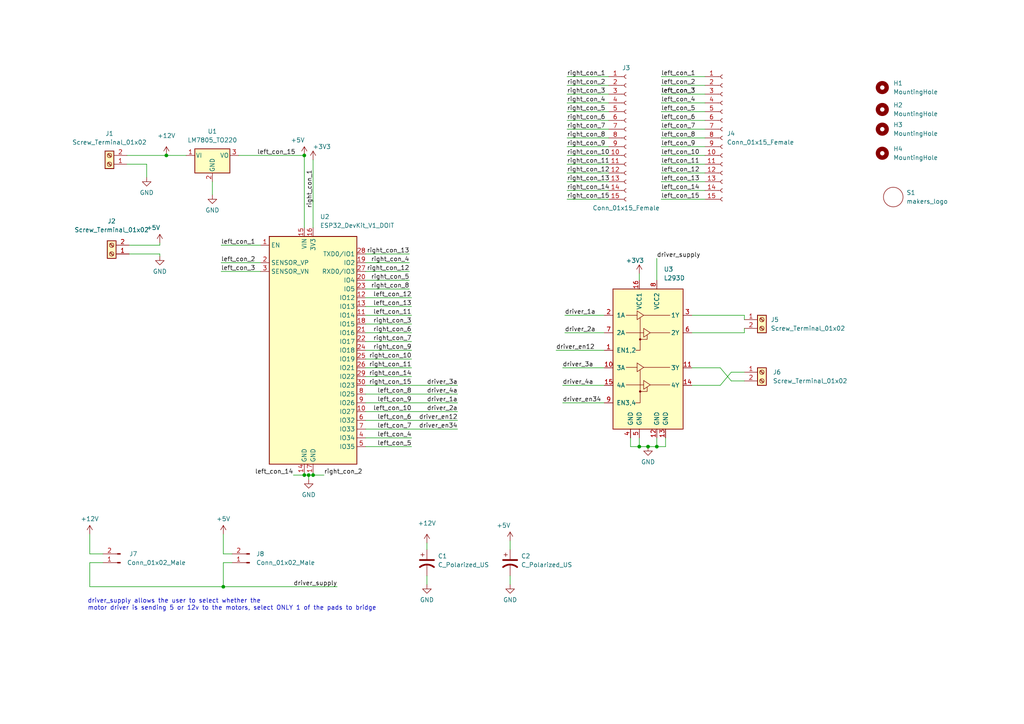
<source format=kicad_sch>
(kicad_sch (version 20211123) (generator eeschema)
  (paper "A4")
  (title_block (title "Makers General Robot Board") (date "2023-01-21") (rev "1") (company "Makers @ OU") (comment 1 "Matthew Bellafaire "))
  (lib_symbols
    (symbol "Connector:Conn_01x02_Male" (pin_names (offset 1.016) hide)
      (property "Reference" "J" (at 0 2.54 0))
      (property "Value" "Conn_01x02_Male" (at 0 -5.08 0))
      (symbol "Conn_01x02_Male_1_1"
        (polyline (pts (xy 1.27 -2.54) (xy 0.8636 -2.54)) (stroke (width 0.1524)))
        (polyline (pts (xy 1.27 0) (xy 0.8636 0)) (stroke (width 0.1524)))
        (rectangle (start 0.8636 -2.413) (end 0 -2.667) (stroke (width 0.1524)) (fill (type outline)))
        (rectangle (start 0.8636 0.127) (end 0 -0.127) (stroke (width 0.1524)) (fill (type outline)))
        (pin passive line (at 5.08 0 180) (length 3.81) (name "Pin_1") (number "1"))
        (pin passive line (at 5.08 -2.54 180) (length 3.81) (name "Pin_2") (number "2"))
      )
    )
    (symbol "Connector:Conn_01x15_Female" (pin_names (offset 1.016) hide)
      (property "Reference" "J" (at 0 20.32 0))
      (property "Value" "Conn_01x15_Female" (at 0 -20.32 0))
      (symbol "Conn_01x15_Female_1_1"
        (arc (start 0 -17.272) (mid -0.508 -17.78) (end 0 -18.288) (stroke (width 0.1524)))
        (arc (start 0 -14.732) (mid -0.508 -15.24) (end 0 -15.748) (stroke (width 0.1524)))
        (arc (start 0 -12.192) (mid -0.508 -12.7) (end 0 -13.208) (stroke (width 0.1524)))
        (arc (start 0 -9.652) (mid -0.508 -10.16) (end 0 -10.668) (stroke (width 0.1524)))
        (arc (start 0 -7.112) (mid -0.508 -7.62) (end 0 -8.128) (stroke (width 0.1524)))
        (arc (start 0 -4.572) (mid -0.508 -5.08) (end 0 -5.588) (stroke (width 0.1524)))
        (arc (start 0 -2.032) (mid -0.508 -2.54) (end 0 -3.048) (stroke (width 0.1524)))
        (polyline (pts (xy -1.27 -17.78) (xy -0.508 -17.78)) (stroke (width 0.1524)))
        (polyline (pts (xy -1.27 -15.24) (xy -0.508 -15.24)) (stroke (width 0.1524)))
        (polyline (pts (xy -1.27 -12.7) (xy -0.508 -12.7)) (stroke (width 0.1524)))
        (polyline (pts (xy -1.27 -10.16) (xy -0.508 -10.16)) (stroke (width 0.1524)))
        (polyline (pts (xy -1.27 -7.62) (xy -0.508 -7.62)) (stroke (width 0.1524)))
        (polyline (pts (xy -1.27 -5.08) (xy -0.508 -5.08)) (stroke (width 0.1524)))
        (polyline (pts (xy -1.27 -2.54) (xy -0.508 -2.54)) (stroke (width 0.1524)))
        (polyline (pts (xy -1.27 0) (xy -0.508 0)) (stroke (width 0.1524)))
        (polyline (pts (xy -1.27 2.54) (xy -0.508 2.54)) (stroke (width 0.1524)))
        (polyline (pts (xy -1.27 5.08) (xy -0.508 5.08)) (stroke (width 0.1524)))
        (polyline (pts (xy -1.27 7.62) (xy -0.508 7.62)) (stroke (width 0.1524)))
        (polyline (pts (xy -1.27 10.16) (xy -0.508 10.16)) (stroke (width 0.1524)))
        (polyline (pts (xy -1.27 12.7) (xy -0.508 12.7)) (stroke (width 0.1524)))
        (polyline (pts (xy -1.27 15.24) (xy -0.508 15.24)) (stroke (width 0.1524)))
        (polyline (pts (xy -1.27 17.78) (xy -0.508 17.78)) (stroke (width 0.1524)))
        (arc (start 0 0.508) (mid -0.508 0) (end 0 -0.508) (stroke (width 0.1524)))
        (arc (start 0 3.048) (mid -0.508 2.54) (end 0 2.032) (stroke (width 0.1524)))
        (arc (start 0 5.588) (mid -0.508 5.08) (end 0 4.572) (stroke (width 0.1524)))
        (arc (start 0 8.128) (mid -0.508 7.62) (end 0 7.112) (stroke (width 0.1524)))
        (arc (start 0 10.668) (mid -0.508 10.16) (end 0 9.652) (stroke (width 0.1524)))
        (arc (start 0 13.208) (mid -0.508 12.7) (end 0 12.192) (stroke (width 0.1524)))
        (arc (start 0 15.748) (mid -0.508 15.24) (end 0 14.732) (stroke (width 0.1524)))
        (arc (start 0 18.288) (mid -0.508 17.78) (end 0 17.272) (stroke (width 0.1524)))
        (pin passive line (at -5.08 17.78 0) (length 3.81) (name "Pin_1") (number "1"))
        (pin passive line (at -5.08 -5.08 0) (length 3.81) (name "Pin_10") (number "10"))
        (pin passive line (at -5.08 -7.62 0) (length 3.81) (name "Pin_11") (number "11"))
        (pin passive line (at -5.08 -10.16 0) (length 3.81) (name "Pin_12") (number "12"))
        (pin passive line (at -5.08 -12.7 0) (length 3.81) (name "Pin_13") (number "13"))
        (pin passive line (at -5.08 -15.24 0) (length 3.81) (name "Pin_14") (number "14"))
        (pin passive line (at -5.08 -17.78 0) (length 3.81) (name "Pin_15") (number "15"))
        (pin passive line (at -5.08 15.24 0) (length 3.81) (name "Pin_2") (number "2"))
        (pin passive line (at -5.08 12.7 0) (length 3.81) (name "Pin_3") (number "3"))
        (pin passive line (at -5.08 10.16 0) (length 3.81) (name "Pin_4") (number "4"))
        (pin passive line (at -5.08 7.62 0) (length 3.81) (name "Pin_5") (number "5"))
        (pin passive line (at -5.08 5.08 0) (length 3.81) (name "Pin_6") (number "6"))
        (pin passive line (at -5.08 2.54 0) (length 3.81) (name "Pin_7") (number "7"))
        (pin passive line (at -5.08 0 0) (length 3.81) (name "Pin_8") (number "8"))
        (pin passive line (at -5.08 -2.54 0) (length 3.81) (name "Pin_9") (number "9"))
      )
    )
    (symbol "Connector:Screw_Terminal_01x02" (pin_names (offset 1.016) hide)
      (property "Reference" "J" (at 0 2.54 0))
      (property "Value" "Screw_Terminal_01x02" (at 0 -5.08 0))
      (symbol "Screw_Terminal_01x02_1_1"
        (rectangle (start -1.27 1.27) (end 1.27 -3.81) (stroke (width 0.254)) (fill (type background)))
        (circle (center 0 -2.54) (radius 0.635) (stroke (width 0.1524)))
        (polyline (pts (xy -0.5334 -2.2098) (xy 0.3302 -3.048)) (stroke (width 0.1524)))
        (polyline (pts (xy -0.5334 0.3302) (xy 0.3302 -0.508)) (stroke (width 0.1524)))
        (polyline (pts (xy -0.3556 -2.032) (xy 0.508 -2.8702)) (stroke (width 0.1524)))
        (polyline (pts (xy -0.3556 0.508) (xy 0.508 -0.3302)) (stroke (width 0.1524)))
        (circle (center 0 0) (radius 0.635) (stroke (width 0.1524)))
        (pin passive line (at -5.08 0 0) (length 3.81) (name "Pin_1") (number "1"))
        (pin passive line (at -5.08 -2.54 0) (length 3.81) (name "Pin_2") (number "2"))
      )
    )
    (symbol "Device:C_Polarized_US" (pin_numbers hide) (pin_names (offset 0.254) hide)
      (property "Reference" "C" (at 0.635 2.54 0))
      (property "Value" "C_Polarized_US" (at 0.635 -2.54 0))
      (symbol "C_Polarized_US_0_1"
        (polyline (pts (xy -2.032 0.762) (xy 2.032 0.762)) (stroke (width 0.508)))
        (polyline (pts (xy -1.778 2.286) (xy -0.762 2.286)))
        (polyline (pts (xy -1.27 1.778) (xy -1.27 2.794)))
        (arc (start 2.032 -1.27) (mid 0 -0.5572) (end -2.032 -1.27) (stroke (width 0.508)))
      )
      (symbol "C_Polarized_US_1_1"
        (pin passive line (at 0 3.81 270) (length 2.794) (name "~") (number "1"))
        (pin passive line (at 0 -3.81 90) (length 3.302) (name "~") (number "2"))
      )
    )
    (symbol "Driver_Motor:L293D" (pin_names (offset 1.016))
      (property "Reference" "U" (at -5.08 26.035 0))
      (property "Value" "L293D" (at -5.08 24.13 0))
      (symbol "L293D_0_1"
        (rectangle (start -10.16 22.86) (end 10.16 -17.78) (stroke (width 0.254)) (fill (type background)))
        (circle (center -2.286 -6.858) (radius 0.254) (fill (type outline)))
        (circle (center -2.286 8.255) (radius 0.254) (fill (type outline)))
        (polyline (pts (xy -6.35 -4.953) (xy -1.27 -4.953)))
        (polyline (pts (xy -6.35 0.127) (xy -3.175 0.127)))
        (polyline (pts (xy -6.35 10.16) (xy -1.27 10.16)))
        (polyline (pts (xy -6.35 15.24) (xy -3.175 15.24)))
        (polyline (pts (xy -1.27 0.127) (xy 6.35 0.127)))
        (polyline (pts (xy -1.27 15.24) (xy 6.35 15.24)))
        (polyline (pts (xy 0.635 -4.953) (xy 6.35 -4.953)))
        (polyline (pts (xy 0.635 10.16) (xy 6.35 10.16)))
        (polyline (pts (xy -2.286 -6.858) (xy -0.254 -6.858) (xy -0.254 -5.588)))
        (polyline (pts (xy -2.286 -0.635) (xy -2.286 -10.16) (xy -3.556 -10.16)))
        (polyline (pts (xy -2.286 8.255) (xy -0.254 8.255) (xy -0.254 9.525)))
        (polyline (pts (xy -2.286 14.478) (xy -2.286 5.08) (xy -3.556 5.08)))
        (polyline (pts (xy -3.175 1.397) (xy -3.175 -1.143) (xy -1.27 0.127) (xy -3.175 1.397)))
        (polyline (pts (xy -3.175 16.51) (xy -3.175 13.97) (xy -1.27 15.24) (xy -3.175 16.51)))
        (polyline (pts (xy -1.27 -3.683) (xy -1.27 -6.223) (xy 0.635 -4.953) (xy -1.27 -3.683)))
        (polyline (pts (xy -1.27 11.43) (xy -1.27 8.89) (xy 0.635 10.16) (xy -1.27 11.43)))
      )
      (symbol "L293D_1_1"
        (pin input line (at -12.7 5.08 0) (length 2.54) (name "EN1,2") (number "1"))
        (pin input line (at -12.7 0 0) (length 2.54) (name "3A") (number "10"))
        (pin output line (at 12.7 0 180) (length 2.54) (name "3Y") (number "11"))
        (pin power_in line (at 2.54 -20.32 90) (length 2.54) (name "GND") (number "12"))
        (pin power_in line (at 5.08 -20.32 90) (length 2.54) (name "GND") (number "13"))
        (pin output line (at 12.7 -5.08 180) (length 2.54) (name "4Y") (number "14"))
        (pin input line (at -12.7 -5.08 0) (length 2.54) (name "4A") (number "15"))
        (pin power_in line (at -2.54 25.4 270) (length 2.54) (name "VCC1") (number "16"))
        (pin input line (at -12.7 15.24 0) (length 2.54) (name "1A") (number "2"))
        (pin output line (at 12.7 15.24 180) (length 2.54) (name "1Y") (number "3"))
        (pin power_in line (at -5.08 -20.32 90) (length 2.54) (name "GND") (number "4"))
        (pin power_in line (at -2.54 -20.32 90) (length 2.54) (name "GND") (number "5"))
        (pin output line (at 12.7 10.16 180) (length 2.54) (name "2Y") (number "6"))
        (pin input line (at -12.7 10.16 0) (length 2.54) (name "2A") (number "7"))
        (pin power_in line (at 2.54 25.4 270) (length 2.54) (name "VCC2") (number "8"))
        (pin input line (at -12.7 -10.16 0) (length 2.54) (name "EN3,4") (number "9"))
      )
    )
    (symbol "Mechanical:MountingHole" (pin_names (offset 1.016))
      (property "Reference" "H" (at 0 5.08 0))
      (property "Value" "MountingHole" (at 0 3.175 0))
      (symbol "MountingHole_0_1"
        (circle (center 0 0) (radius 1.27) (stroke (width 1.27)))
      )
    )
    (symbol "Regulator_Linear:LM7805_TO220" (pin_names (offset 0.254))
      (property "Reference" "U" (at -3.81 3.175 0))
      (property "Value" "LM7805_TO220" (at 0 3.175 0))
      (symbol "LM7805_TO220_0_1"
        (rectangle (start -5.08 1.905) (end 5.08 -5.08) (stroke (width 0.254)) (fill (type background)))
      )
      (symbol "LM7805_TO220_1_1"
        (pin power_in line (at -7.62 0 0) (length 2.54) (name "VI") (number "1"))
        (pin power_in line (at 0 -7.62 90) (length 2.54) (name "GND") (number "2"))
        (pin power_out line (at 7.62 0 180) (length 2.54) (name "VO") (number "3"))
      )
    )
    (symbol "esp32 devkit:ESP32_DevKit_V1_DOIT"
      (property "Reference" "U" (at -11.43 34.29 0))
      (property "Value" "ESP32_DevKit_V1_DOIT" (at 11.43 34.29 0))
      (symbol "ESP32_DevKit_V1_DOIT_1_1"
        (rectangle (start -12.7 33.02) (end 12.7 -33.02) (stroke (width 0.254)) (fill (type background)))
        (pin input line (at -15.24 30.48 0) (length 2.54) (name "EN") (number "1"))
        (pin bidirectional line (at 15.24 -17.78 180) (length 2.54) (name "IO27") (number "10"))
        (pin bidirectional line (at 15.24 10.16 180) (length 2.54) (name "IO14") (number "11"))
        (pin bidirectional line (at 15.24 15.24 180) (length 2.54) (name "IO12") (number "12"))
        (pin bidirectional line (at 15.24 12.7 180) (length 2.54) (name "IO13") (number "13"))
        (pin power_in line (at -2.54 -35.56 90) (length 2.54) (name "GND") (number "14"))
        (pin power_in line (at -2.54 35.56 270) (length 2.54) (name "VIN") (number "15"))
        (pin power_in line (at 0 35.56 270) (length 2.54) (name "3V3") (number "16"))
        (pin power_in line (at 0 -35.56 90) (length 2.54) (name "GND") (number "17"))
        (pin bidirectional line (at 15.24 7.62 180) (length 2.54) (name "IO15") (number "18"))
        (pin bidirectional line (at 15.24 25.4 180) (length 2.54) (name "IO2") (number "19"))
        (pin input line (at -15.24 25.4 0) (length 2.54) (name "SENSOR_VP") (number "2"))
        (pin bidirectional line (at 15.24 20.32 180) (length 2.54) (name "IO4") (number "20"))
        (pin bidirectional line (at 15.24 5.08 180) (length 2.54) (name "IO16") (number "21"))
        (pin bidirectional line (at 15.24 2.54 180) (length 2.54) (name "IO17") (number "22"))
        (pin bidirectional line (at 15.24 17.78 180) (length 2.54) (name "IO5") (number "23"))
        (pin bidirectional line (at 15.24 0 180) (length 2.54) (name "IO18") (number "24"))
        (pin bidirectional line (at 15.24 -2.54 180) (length 2.54) (name "IO19") (number "25"))
        (pin bidirectional line (at 15.24 -5.08 180) (length 2.54) (name "IO21") (number "26"))
        (pin bidirectional line (at 15.24 22.86 180) (length 2.54) (name "RXD0/IO3") (number "27"))
        (pin bidirectional line (at 15.24 27.94 180) (length 2.54) (name "TXD0/IO1") (number "28"))
        (pin bidirectional line (at 15.24 -7.62 180) (length 2.54) (name "IO22") (number "29"))
        (pin input line (at -15.24 22.86 0) (length 2.54) (name "SENSOR_VN") (number "3"))
        (pin bidirectional line (at 15.24 -10.16 180) (length 2.54) (name "IO23") (number "30"))
        (pin input line (at 15.24 -25.4 180) (length 2.54) (name "IO34") (number "4"))
        (pin input line (at 15.24 -27.94 180) (length 2.54) (name "IO35") (number "5"))
        (pin bidirectional line (at 15.24 -20.32 180) (length 2.54) (name "IO32") (number "6"))
        (pin bidirectional line (at 15.24 -22.86 180) (length 2.54) (name "IO33") (number "7"))
        (pin bidirectional line (at 15.24 -12.7 180) (length 2.54) (name "IO25") (number "8"))
        (pin bidirectional line (at 15.24 -15.24 180) (length 2.54) (name "IO26") (number "9"))
      )
    )
    (symbol "makers_logo:makers_logo"
      (property "Reference" "S" (at -5.08 3.81 0))
      (property "Value" "makers_logo" (at 2.54 3.81 0))
      (symbol "makers_logo_0_1"
        (circle (center 0 0) (radius 2.8398))
      )
    )
    (symbol "power:+12V" (power) (pin_names (offset 0))
      (property "Value" "+12V" (at 0 3.556 0))
      (symbol "+12V_0_1"
        (polyline (pts (xy -0.762 1.27) (xy 0 2.54)))
        (polyline (pts (xy 0 0) (xy 0 2.54)))
        (polyline (pts (xy 0 2.54) (xy 0.762 1.27)))
      )
      (symbol "+12V_1_1"
        (pin power_in line (at 0 0 90) (length 0) hide (name "+12V") (number "1"))
      )
    )
    (symbol "power:+3V3" (power) (pin_names (offset 0))
      (property "Value" "+3V3" (at 0 3.556 0))
      (symbol "+3V3_0_1"
        (polyline (pts (xy -0.762 1.27) (xy 0 2.54)))
        (polyline (pts (xy 0 0) (xy 0 2.54)))
        (polyline (pts (xy 0 2.54) (xy 0.762 1.27)))
      )
      (symbol "+3V3_1_1"
        (pin power_in line (at 0 0 90) (length 0) hide (name "+3V3") (number "1"))
      )
    )
    (symbol "power:+5V" (power) (pin_names (offset 0))
      (property "Value" "+5V" (at 0 3.556 0))
      (symbol "+5V_0_1"
        (polyline (pts (xy -0.762 1.27) (xy 0 2.54)))
        (polyline (pts (xy 0 0) (xy 0 2.54)))
        (polyline (pts (xy 0 2.54) (xy 0.762 1.27)))
      )
      (symbol "+5V_1_1"
        (pin power_in line (at 0 0 90) (length 0) hide (name "+5V") (number "1"))
      )
    )
    (symbol "power:GND" (power) (pin_names (offset 0))
      (property "Value" "GND" (at 0 -3.81 0))
      (symbol "GND_0_1"
        (polyline (pts (xy 0 0) (xy 0 -1.27) (xy 1.27 -1.27) (xy 0 -2.54) (xy -1.27 -1.27) (xy 0 -1.27)))
      )
      (symbol "GND_1_1"
        (pin power_in line (at 0 0 270) (length 0) hide (name "GND") (number "1"))
      )
    )
  )
  (junction (at 88.265 137.795))
  (junction (at 64.77 170.18))
  (junction (at 190.5 129.54))
  (junction (at 89.535 137.795))
  (junction (at 187.96 129.54))
  (junction (at 185.42 129.54))
  (junction (at 48.26 45.085))
  (junction (at 88.265 45.085))
  (junction (at 90.805 137.795))
  (wire (pts (xy 106.045 129.54) (xy 119.38 129.54)))
  (wire (pts (xy 88.265 45.085) (xy 88.265 66.04)))
  (wire (pts (xy 163.83 96.52) (xy 175.26 96.52)))
  (wire (pts (xy 164.465 55.245) (xy 176.53 55.245)))
  (wire (pts (xy 106.045 88.9) (xy 119.38 88.9)))
  (wire (pts (xy 163.195 116.84) (xy 175.26 116.84)))
  (wire (pts (xy 164.465 47.625) (xy 176.53 47.625)))
  (wire (pts (xy 36.83 45.085) (xy 48.26 45.085)))
  (wire (pts (xy 64.135 71.12) (xy 75.565 71.12)))
  (wire (pts (xy 190.5 129.54) (xy 193.04 129.54)))
  (wire (pts (xy 215.9 107.95) (xy 212.09 107.95)))
  (wire (pts (xy 190.5 74.93) (xy 190.5 81.28)))
  (wire (pts (xy 164.465 32.385) (xy 176.53 32.385)))
  (wire (pts (xy 164.465 42.545) (xy 176.53 42.545)))
  (wire (pts (xy 26.035 154.94) (xy 26.035 160.655)))
  (wire (pts (xy 89.535 137.795) (xy 89.535 139.065)))
  (wire (pts (xy 46.355 73.66) (xy 46.355 74.295)))
  (wire (pts (xy 161.29 101.6) (xy 175.26 101.6)))
  (wire (pts (xy 191.77 42.545) (xy 204.47 42.545)))
  (wire (pts (xy 164.465 34.925) (xy 176.53 34.925)))
  (wire (pts (xy 182.88 129.54) (xy 185.42 129.54)))
  (wire (pts (xy 88.265 137.16) (xy 88.265 137.795)))
  (wire (pts (xy 36.83 47.625) (xy 42.545 47.625)))
  (wire (pts (xy 123.825 167.005) (xy 123.825 169.545)))
  (wire (pts (xy 191.77 50.165) (xy 204.47 50.165)))
  (wire (pts (xy 193.04 129.54) (xy 193.04 127)))
  (wire (pts (xy 106.045 121.92) (xy 132.715 121.92)))
  (wire (pts (xy 164.465 37.465) (xy 176.53 37.465)))
  (wire (pts (xy 61.595 52.705) (xy 61.595 56.515)))
  (wire (pts (xy 106.045 76.2) (xy 118.745 76.2)))
  (wire (pts (xy 191.77 24.765) (xy 204.47 24.765)))
  (wire (pts (xy 164.465 22.225) (xy 176.53 22.225)))
  (wire (pts (xy 88.265 137.795) (xy 89.535 137.795)))
  (wire (pts (xy 69.215 45.085) (xy 88.265 45.085)))
  (wire (pts (xy 191.77 57.785) (xy 204.47 57.785)))
  (wire (pts (xy 164.465 24.765) (xy 176.53 24.765)))
  (wire (pts (xy 106.045 91.44) (xy 119.38 91.44)))
  (wire (pts (xy 185.42 127) (xy 185.42 129.54)))
  (wire (pts (xy 106.045 99.06) (xy 119.38 99.06)))
  (wire (pts (xy 191.77 45.085) (xy 204.47 45.085)))
  (wire (pts (xy 106.045 124.46) (xy 132.715 124.46)))
  (wire (pts (xy 187.96 129.54) (xy 190.5 129.54)))
  (wire (pts (xy 215.9 91.44) (xy 215.9 92.71)))
  (wire (pts (xy 164.465 29.845) (xy 176.53 29.845)))
  (wire (pts (xy 85.09 137.795) (xy 88.265 137.795)))
  (wire (pts (xy 190.5 127) (xy 190.5 129.54)))
  (wire (pts (xy 106.045 78.74) (xy 118.745 78.74)))
  (wire (pts (xy 64.77 154.94) (xy 64.77 160.655)))
  (wire (pts (xy 164.465 40.005) (xy 176.53 40.005)))
  (wire (pts (xy 37.465 73.66) (xy 46.355 73.66)))
  (wire (pts (xy 191.77 40.005) (xy 204.47 40.005)))
  (wire (pts (xy 106.045 104.14) (xy 119.38 104.14)))
  (wire (pts (xy 163.83 91.44) (xy 175.26 91.44)))
  (wire (pts (xy 163.195 106.68) (xy 175.26 106.68)))
  (wire (pts (xy 191.77 22.225) (xy 204.47 22.225)))
  (wire (pts (xy 106.045 109.22) (xy 119.38 109.22)))
  (wire (pts (xy 64.77 160.655) (xy 67.31 160.655)))
  (wire (pts (xy 200.66 96.52) (xy 215.9 96.52)))
  (wire (pts (xy 26.035 163.195) (xy 26.035 170.18)))
  (wire (pts (xy 106.045 106.68) (xy 119.38 106.68)))
  (wire (pts (xy 200.66 91.44) (xy 215.9 91.44)))
  (wire (pts (xy 147.955 167.005) (xy 147.955 169.545)))
  (wire (pts (xy 106.045 116.84) (xy 132.715 116.84)))
  (wire (pts (xy 106.045 81.28) (xy 118.745 81.28)))
  (wire (pts (xy 182.88 127) (xy 182.88 129.54)))
  (wire (pts (xy 64.77 170.18) (xy 97.79 170.18)))
  (wire (pts (xy 191.77 37.465) (xy 204.47 37.465)))
  (wire (pts (xy 191.77 29.845) (xy 204.47 29.845)))
  (wire (pts (xy 200.66 111.76) (xy 208.915 111.76)))
  (wire (pts (xy 212.09 110.49) (xy 215.9 110.49)))
  (wire (pts (xy 90.805 137.795) (xy 93.98 137.795)))
  (wire (pts (xy 48.26 45.085) (xy 53.975 45.085)))
  (wire (pts (xy 123.825 157.48) (xy 123.825 159.385)))
  (wire (pts (xy 106.045 111.76) (xy 132.715 111.76)))
  (wire (pts (xy 106.045 96.52) (xy 119.38 96.52)))
  (wire (pts (xy 106.045 86.36) (xy 119.38 86.36)))
  (wire (pts (xy 147.955 156.845) (xy 147.955 159.385)))
  (wire (pts (xy 208.915 106.68) (xy 212.09 110.49)))
  (wire (pts (xy 26.035 160.655) (xy 29.845 160.655)))
  (wire (pts (xy 64.135 78.74) (xy 75.565 78.74)))
  (wire (pts (xy 90.805 137.16) (xy 90.805 137.795)))
  (wire (pts (xy 106.045 93.98) (xy 119.38 93.98)))
  (wire (pts (xy 67.31 163.195) (xy 64.77 163.195)))
  (wire (pts (xy 191.77 47.625) (xy 204.47 47.625)))
  (wire (pts (xy 46.355 71.12) (xy 46.355 70.485)))
  (wire (pts (xy 64.135 76.2) (xy 75.565 76.2)))
  (wire (pts (xy 106.045 101.6) (xy 119.38 101.6)))
  (wire (pts (xy 164.465 50.165) (xy 176.53 50.165)))
  (wire (pts (xy 163.195 111.76) (xy 175.26 111.76)))
  (wire (pts (xy 191.77 32.385) (xy 204.47 32.385)))
  (wire (pts (xy 64.77 163.195) (xy 64.77 170.18)))
  (wire (pts (xy 164.465 45.085) (xy 176.53 45.085)))
  (wire (pts (xy 26.035 163.195) (xy 29.845 163.195)))
  (wire (pts (xy 191.77 52.705) (xy 204.47 52.705)))
  (wire (pts (xy 106.045 83.82) (xy 118.745 83.82)))
  (wire (pts (xy 191.77 27.305) (xy 204.47 27.305)))
  (wire (pts (xy 215.9 96.52) (xy 215.9 95.25)))
  (wire (pts (xy 90.805 46.355) (xy 90.805 66.04)))
  (wire (pts (xy 185.42 129.54) (xy 187.96 129.54)))
  (wire (pts (xy 42.545 47.625) (xy 42.545 51.435)))
  (wire (pts (xy 26.035 170.18) (xy 64.77 170.18)))
  (wire (pts (xy 106.045 73.66) (xy 118.745 73.66)))
  (wire (pts (xy 89.535 137.795) (xy 90.805 137.795)))
  (wire (pts (xy 164.465 27.305) (xy 176.53 27.305)))
  (wire (pts (xy 191.77 55.245) (xy 204.47 55.245)))
  (wire (pts (xy 106.045 127) (xy 119.38 127)))
  (wire (pts (xy 106.045 114.3) (xy 132.715 114.3)))
  (wire (pts (xy 37.465 71.12) (xy 46.355 71.12)))
  (wire (pts (xy 200.66 106.68) (xy 208.915 106.68)))
  (wire (pts (xy 106.045 119.38) (xy 132.715 119.38)))
  (wire (pts (xy 185.42 79.375) (xy 185.42 81.28)))
  (wire (pts (xy 191.77 34.925) (xy 204.47 34.925)))
  (wire (pts (xy 164.465 52.705) (xy 176.53 52.705)))
  (wire (pts (xy 212.09 107.95) (xy 208.915 111.76)))
  (wire (pts (xy 164.465 57.785) (xy 176.53 57.785)))
  (text "driver_supply allows the user to select whether the\nmotor driver is sending 5 or 12v to the motors, select ONLY 1 of the pads to bridge " (at 25.4 177.165 0) (effects (font (size 1.27 1.27)) (justify left bottom)))
  (label "left_con_7" (at 191.77 37.465 0))
  (label "driver_1a" (at 163.83 91.44 0))
  (label "right_con_4" (at 164.465 29.845 0))
  (label "right_con_1" (at 164.465 22.225 0))
  (label "right_con_7" (at 119.38 99.06 180))
  (label "left_con_15" (at 85.725 45.085 180))
  (label "driver_2a" (at 163.83 96.52 0))
  (label "driver_en34" (at 132.715 124.46 180))
  (label "right_con_8" (at 118.745 83.82 180))
  (label "right_con_10" (at 164.465 45.085 0))
  (label "right_con_8" (at 164.465 40.005 0))
  (label "right_con_3" (at 119.38 93.98 180))
  (label "driver_en34" (at 163.195 116.84 0))
  (label "left_con_7" (at 119.38 124.46 180))
  (label "driver_en12" (at 132.715 121.92 180))
  (label "right_con_6" (at 164.465 34.925 0))
  (label "left_con_2" (at 191.77 24.765 0))
  (label "left_con_4" (at 119.38 127 180))
  (label "right_con_12" (at 118.745 78.74 180))
  (label "right_con_11" (at 119.38 106.68 180))
  (label "right_con_13" (at 164.465 52.705 0))
  (label "left_con_2" (at 64.135 76.2 0))
  (label "driver_4a" (at 132.715 114.3 180))
  (label "left_con_13" (at 191.77 52.705 0))
  (label "right_con_5" (at 164.465 32.385 0))
  (label "right_con_2" (at 164.465 24.765 0))
  (label "left_con_12" (at 191.77 50.165 0))
  (label "right_con_5" (at 118.745 81.28 180))
  (label "right_con_4" (at 118.745 76.2 180))
  (label "right_con_9" (at 164.465 42.545 0))
  (label "right_con_9" (at 119.38 101.6 180))
  (label "left_con_1" (at 191.77 22.225 0))
  (label "left_con_5" (at 119.38 129.54 180))
  (label "left_con_3" (at 191.77 27.305 0))
  (label "left_con_6" (at 191.77 34.925 0))
  (label "right_con_15" (at 119.38 111.76 180))
  (label "driver_supply" (at 190.5 74.93 0))
  (label "left_con_8" (at 119.38 114.3 180))
  (label "left_con_11" (at 119.38 91.44 180))
  (label "driver_en12" (at 161.29 101.6 0))
  (label "left_con_14" (at 191.77 55.245 0))
  (label "left_con_15" (at 191.77 57.785 0))
  (label "right_con_6" (at 119.38 96.52 180))
  (label "driver_4a" (at 163.195 111.76 0))
  (label "right_con_12" (at 164.465 50.165 0))
  (label "driver_3a" (at 163.195 106.68 0))
  (label "driver_2a" (at 132.715 119.38 180))
  (label "left_con_10" (at 119.38 119.38 180))
  (label "left_con_13" (at 119.38 88.9 180))
  (label "left_con_12" (at 119.38 86.36 180))
  (label "left_con_8" (at 191.77 40.005 0))
  (label "right_con_15" (at 164.465 57.785 0))
  (label "right_con_2" (at 93.98 137.795 0))
  (label "right_con_14" (at 164.465 55.245 0))
  (label "left_con_3" (at 191.77 27.305 0))
  (label "right_con_11" (at 164.465 47.625 0))
  (label "driver_1a" (at 132.715 116.84 180))
  (label "left_con_4" (at 191.77 29.845 0))
  (label "right_con_1" (at 90.805 60.325 90))
  (label "left_con_1" (at 64.135 71.12 0))
  (label "left_con_10" (at 191.77 45.085 0))
  (label "left_con_9" (at 119.38 116.84 180))
  (label "right_con_13" (at 118.745 73.66 180))
  (label "driver_3a" (at 132.715 111.76 180))
  (label "left_con_14" (at 85.09 137.795 180))
  (label "left_con_6" (at 119.38 121.92 180))
  (label "left_con_3" (at 64.135 78.74 0))
  (label "left_con_9" (at 191.77 42.545 0))
  (label "right_con_3" (at 164.465 27.305 0))
  (label "right_con_10" (at 119.38 104.14 180))
  (label "right_con_7" (at 164.465 37.465 0))
  (label "left_con_11" (at 191.77 47.625 0))
  (label "driver_supply" (at 97.79 170.18 180))
  (label "right_con_14" (at 119.38 109.22 180))
  (label "left_con_5" (at 191.77 32.385 0))
  (symbol (lib_id "Connector:Screw_Terminal_01x02") (at 220.98 92.71 0) (unit 1)
    (property "Reference" "J5" (at 223.52 92.7099 0) (effects (justify left)))
    (property "Value" "Screw_Terminal_01x02" (at 223.52 95.2499 0) (effects (justify left)))
    (property "Footprint" "esp32-board:terminal_block_5mm" (effects hide))
  )
  (symbol (lib_id "Device:C_Polarized_US") (at 123.825 163.195 0) (unit 1)
    (property "Reference" "C1" (at 127 161.2899 0) (effects (justify left)))
    (property "Value" "C_Polarized_US" (at 127 163.8299 0) (effects (justify left)))
    (property "Footprint" "Capacitor_THT:CP_Radial_D8.0mm_P3.50mm" (effects hide))
  )
  (symbol (lib_id "power:+3V3") (at 185.42 79.375 0) (unit 1)
    (property "Reference" "#PWR0106" (effects hide))
    (property "Value" "+3V3" (at 184.15 75.565 0))
  )
  (symbol (lib_id "power:+5V") (at 88.265 45.085 0) (unit 1)
    (property "Reference" "#PWR0108" (effects hide))
    (property "Value" "+5V" (at 86.36 40.64 0))
  )
  (symbol (lib_id "power:+5V") (at 147.955 156.845 0) (unit 1)
    (property "Reference" "#PWR0104" (effects hide))
    (property "Value" "+5V" (at 146.05 152.4 0))
  )
  (symbol (lib_id "power:+5V") (at 64.77 154.94 0) (unit 1)
    (property "Reference" "#PWR0116" (effects hide))
    (property "Value" "+5V" (at 64.77 150.495 0))
  )
  (symbol (lib_id "Connector:Conn_01x15_Female") (at 181.61 40.005 0) (unit 1)
    (property "Reference" "J3" (at 181.61 19.685 0))
    (property "Value" "Conn_01x15_Female" (at 181.61 60.325 0))
    (property "Footprint" "Connector_PinSocket_2.54mm:PinSocket_1x15_P2.54mm_Vertical" (effects hide))
  )
  (symbol (lib_id "Connector:Screw_Terminal_01x02") (at 32.385 73.66 180) (unit 1)
    (property "Reference" "J2" (at 32.385 64.135 0))
    (property "Value" "Screw_Terminal_01x02" (at 32.385 66.675 0))
    (property "Footprint" "esp32-board:terminal_block_5mm" (effects hide))
  )
  (symbol (lib_id "power:GND") (at 123.825 169.545 0) (unit 1)
    (property "Reference" "#PWR0102" (effects hide))
    (property "Value" "GND" (at 123.825 173.99 0))
  )
  (symbol (lib_id "Driver_Motor:L293D") (at 187.96 106.68 0) (unit 1)
    (property "Reference" "U3" (at 192.5194 78.105 0) (effects (justify left)))
    (property "Value" "L293D" (at 192.5194 80.645 0) (effects (justify left)))
    (property "Footprint" "Package_DIP:DIP-16_W7.62mm" (effects hide))
    (property "Datasheet" "http://www.ti.com/lit/ds/symlink/l293.pdf" (effects hide))
  )
  (symbol (lib_id "Connector:Conn_01x15_Female") (at 209.55 40.005 0) (unit 1)
    (property "Reference" "J4" (at 210.82 38.7349 0) (effects (justify left)))
    (property "Value" "Conn_01x15_Female" (at 210.82 41.2749 0) (effects (justify left)))
    (property "Footprint" "Connector_PinSocket_2.54mm:PinSocket_1x15_P2.54mm_Vertical" (effects hide))
  )
  (symbol (lib_id "Connector:Conn_01x02_Male") (at 72.39 163.195 180) (unit 1)
    (property "Reference" "J8" (at 74.295 160.6549 0) (effects (justify right)))
    (property "Value" "Conn_01x02_Male" (at 74.295 163.1949 0) (effects (justify right)))
    (property "Footprint" "Connector_PinHeader_2.54mm:PinHeader_1x02_P2.54mm_Vertical" (effects hide))
  )
  (symbol (lib_id "Connector:Conn_01x02_Male") (at 34.925 163.195 180) (unit 1)
    (property "Reference" "J7" (at 37.465 160.655 0) (effects (justify right)))
    (property "Value" "Conn_01x02_Male" (at 36.83 163.1949 0) (effects (justify right)))
    (property "Footprint" "Connector_PinHeader_2.54mm:PinHeader_1x02_P2.54mm_Vertical" (effects hide))
  )
  (symbol (lib_id "Connector:Screw_Terminal_01x02") (at 220.98 107.95 0) (unit 1)
    (property "Reference" "J6" (at 224.155 107.9499 0) (effects (justify left)))
    (property "Value" "Screw_Terminal_01x02" (at 224.155 110.4899 0) (effects (justify left)))
    (property "Footprint" "esp32-board:terminal_block_5mm" (effects hide))
  )
  (symbol (lib_id "power:GND") (at 61.595 56.515 0) (unit 1)
    (property "Reference" "#PWR0107" (effects hide))
    (property "Value" "GND" (at 61.595 60.96 0))
  )
  (symbol (lib_id "power:+5V") (at 46.355 70.485 0) (unit 1)
    (property "Reference" "#PWR0112" (effects hide))
    (property "Value" "+5V" (at 44.45 66.04 0))
  )
  (symbol (lib_id "power:+12V") (at 26.035 154.94 0) (unit 1)
    (property "Reference" "#PWR0115" (effects hide))
    (property "Value" "+12V" (at 26.035 150.495 0))
  )
  (symbol (lib_id "Connector:Screw_Terminal_01x02") (at 31.75 47.625 180) (unit 1)
    (property "Reference" "J1" (at 31.75 38.735 0))
    (property "Value" "Screw_Terminal_01x02" (at 31.75 41.275 0))
    (property "Footprint" "esp32-board:terminal_block_5mm" (effects hide))
  )
  (symbol (lib_id "power:GND") (at 187.96 129.54 0) (unit 1)
    (property "Reference" "#PWR0113" (effects hide))
    (property "Value" "GND" (at 187.96 133.985 0))
  )
  (symbol (lib_id "Mechanical:MountingHole") (at 255.905 31.75 0) (unit 1)
    (property "Reference" "H2" (at 259.08 30.4799 0) (effects (justify left)))
    (property "Value" "MountingHole" (at 259.08 33.0199 0) (effects (justify left)))
    (property "Footprint" "MountingHole:MountingHole_3.2mm_M3_Pad" (effects hide))
  )
  (symbol (lib_id "power:+12V") (at 123.825 157.48 0) (unit 1)
    (property "Reference" "#PWR0103" (effects hide))
    (property "Value" "+12V" (at 123.825 151.765 0))
  )
  (symbol (lib_id "makers_logo:makers_logo") (at 259.08 57.15 0) (unit 1)
    (property "Reference" "S1" (at 262.89 55.8799 0) (effects (justify left)))
    (property "Value" "makers_logo" (at 262.89 58.4199 0) (effects (justify left)))
    (property "Footprint" "makers_logo:makers_logo" (effects hide))
  )
  (symbol (lib_id "Regulator_Linear:LM7805_TO220") (at 61.595 45.085 0) (unit 1)
    (property "Reference" "U1" (at 61.595 38.1 0))
    (property "Value" "LM7805_TO220" (at 61.595 40.64 0))
    (property "Footprint" "Package_TO_SOT_THT:TO-220-3_Horizontal_TabDown" (effects hide))
    (property "Datasheet" "https://www.onsemi.cn/PowerSolutions/document/MC7800-D.PDF" (effects hide))
  )
  (symbol (lib_id "Mechanical:MountingHole") (at 255.905 37.465 0) (unit 1)
    (property "Reference" "H3" (at 259.08 36.1949 0) (effects (justify left)))
    (property "Value" "MountingHole" (at 259.08 38.7349 0) (effects (justify left)))
    (property "Footprint" "MountingHole:MountingHole_3.2mm_M3_Pad" (effects hide))
  )
  (symbol (lib_id "Device:C_Polarized_US") (at 147.955 163.195 0) (unit 1)
    (property "Reference" "C2" (at 151.13 161.2899 0) (effects (justify left)))
    (property "Value" "C_Polarized_US" (at 151.13 163.8299 0) (effects (justify left)))
    (property "Footprint" "Capacitor_THT:CP_Radial_D8.0mm_P3.50mm" (effects hide))
  )
  (symbol (lib_id "Mechanical:MountingHole") (at 255.905 25.4 0) (unit 1)
    (property "Reference" "H1" (at 259.08 24.1299 0) (effects (justify left)))
    (property "Value" "MountingHole" (at 259.08 26.6699 0) (effects (justify left)))
    (property "Footprint" "MountingHole:MountingHole_3.2mm_M3_Pad" (effects hide))
  )
  (symbol (lib_id "Mechanical:MountingHole") (at 255.905 44.45 0) (unit 1)
    (property "Reference" "H4" (at 259.08 43.1799 0) (effects (justify left)))
    (property "Value" "MountingHole" (at 259.08 45.7199 0) (effects (justify left)))
    (property "Footprint" "MountingHole:MountingHole_3.2mm_M3_Pad" (effects hide))
  )
  (symbol (lib_id "power:+3V3") (at 90.805 46.355 0) (unit 1)
    (property "Reference" "#PWR0111" (effects hide))
    (property "Value" "+3V3" (at 93.345 42.545 0))
  )
  (symbol (lib_id "power:GND") (at 89.535 139.065 0) (unit 1)
    (property "Reference" "#PWR0101" (effects hide))
    (property "Value" "GND" (at 89.535 143.51 0))
  )
  (symbol (lib_id "esp32 devkit:ESP32_DevKit_V1_DOIT") (at 90.805 101.6 0) (unit 1)
    (property "Reference" "U2" (at 92.8244 62.865 0) (effects (justify left)))
    (property "Value" "ESP32_DevKit_V1_DOIT" (at 92.8244 65.405 0) (effects (justify left)))
    (property "Footprint" "esp32-board:esp32_devkit_v1_doit" (effects hide))
    (property "Datasheet" "https://aliexpress.com/item/32864722159.html" (effects hide))
  )
  (symbol (lib_id "power:GND") (at 42.545 51.435 0) (unit 1)
    (property "Reference" "#PWR0110" (effects hide))
    (property "Value" "GND" (at 42.545 55.88 0))
  )
  (symbol (lib_id "power:GND") (at 46.355 74.295 0) (unit 1)
    (property "Reference" "#PWR0114" (effects hide))
    (property "Value" "GND" (at 46.355 78.74 0))
  )
  (symbol (lib_id "power:GND") (at 147.955 169.545 0) (unit 1)
    (property "Reference" "#PWR0105" (effects hide))
    (property "Value" "GND" (at 147.955 173.99 0))
  )
  (symbol (lib_id "power:+12V") (at 48.26 45.085 0) (unit 1)
    (property "Reference" "#PWR0109" (effects hide))
    (property "Value" "+12V" (at 48.26 39.37 0))
  )
)
</source>
